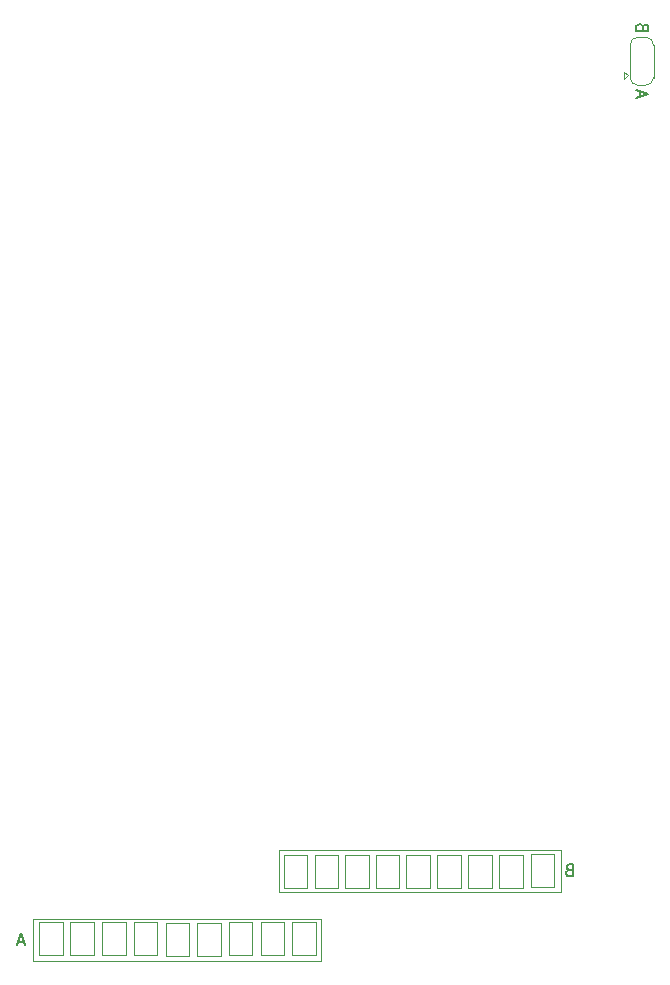
<source format=gbr>
%TF.GenerationSoftware,KiCad,Pcbnew,5.1.4*%
%TF.CreationDate,2019-11-11T15:35:15+01:00*%
%TF.ProjectId,balancer,62616c61-6e63-4657-922e-6b696361645f,rev?*%
%TF.SameCoordinates,Original*%
%TF.FileFunction,Legend,Bot*%
%TF.FilePolarity,Positive*%
%FSLAX46Y46*%
G04 Gerber Fmt 4.6, Leading zero omitted, Abs format (unit mm)*
G04 Created by KiCad (PCBNEW 5.1.4) date 2019-11-11 15:35:15*
%MOMM*%
%LPD*%
G04 APERTURE LIST*
%ADD10C,0.150000*%
%ADD11C,0.120000*%
%ADD12C,1.626000*%
%ADD13C,1.902000*%
%ADD14R,1.902000X1.902000*%
%ADD15C,5.702000*%
%ADD16R,2.602000X2.602000*%
%ADD17R,1.602000X1.102000*%
%ADD18C,0.500000*%
%ADD19C,0.100000*%
%ADD20O,1.802000X1.802000*%
%ADD21R,1.802000X1.802000*%
G04 APERTURE END LIST*
D10*
X167965428Y-46918571D02*
X167917809Y-46775714D01*
X167870190Y-46728095D01*
X167774952Y-46680476D01*
X167632095Y-46680476D01*
X167536857Y-46728095D01*
X167489238Y-46775714D01*
X167441619Y-46870952D01*
X167441619Y-47251904D01*
X168441619Y-47251904D01*
X168441619Y-46918571D01*
X168394000Y-46823333D01*
X168346380Y-46775714D01*
X168251142Y-46728095D01*
X168155904Y-46728095D01*
X168060666Y-46775714D01*
X168013047Y-46823333D01*
X167965428Y-46918571D01*
X167965428Y-47251904D01*
X167727333Y-52816095D02*
X167727333Y-52339904D01*
X167441619Y-52911333D02*
X168441619Y-52578000D01*
X167441619Y-52244666D01*
D11*
X161036000Y-116586000D02*
X137160000Y-116586000D01*
X161036000Y-120142000D02*
X161036000Y-116586000D01*
X137160000Y-120142000D02*
X161036000Y-120142000D01*
X137160000Y-116586000D02*
X137160000Y-120142000D01*
D10*
X161726571Y-118292571D02*
X161583714Y-118340190D01*
X161536095Y-118387809D01*
X161488476Y-118483047D01*
X161488476Y-118625904D01*
X161536095Y-118721142D01*
X161583714Y-118768761D01*
X161678952Y-118816380D01*
X162059904Y-118816380D01*
X162059904Y-117816380D01*
X161726571Y-117816380D01*
X161631333Y-117864000D01*
X161583714Y-117911619D01*
X161536095Y-118006857D01*
X161536095Y-118102095D01*
X161583714Y-118197333D01*
X161631333Y-118244952D01*
X161726571Y-118292571D01*
X162059904Y-118292571D01*
X115554095Y-124372666D02*
X115077904Y-124372666D01*
X115649333Y-124658380D02*
X115316000Y-123658380D01*
X114982666Y-124658380D01*
D11*
X116332000Y-122428000D02*
X116332000Y-125984000D01*
X140716000Y-122428000D02*
X116332000Y-122428000D01*
X140716000Y-125984000D02*
X140716000Y-122428000D01*
X116332000Y-125984000D02*
X140716000Y-125984000D01*
X168194000Y-51864000D02*
G75*
G03X168894000Y-51164000I0J700000D01*
G01*
X166894000Y-51164000D02*
G75*
G03X167594000Y-51864000I700000J0D01*
G01*
X167594000Y-47764000D02*
G75*
G03X166894000Y-48464000I0J-700000D01*
G01*
X168894000Y-48464000D02*
G75*
G03X168194000Y-47764000I-700000J0D01*
G01*
X168894000Y-51214000D02*
X168894000Y-48414000D01*
X168194000Y-47764000D02*
X167594000Y-47764000D01*
X166894000Y-48414000D02*
X166894000Y-51214000D01*
X167594000Y-51864000D02*
X168194000Y-51864000D01*
X166694000Y-51014000D02*
X166394000Y-51314000D01*
X166394000Y-51314000D02*
X166394000Y-50714000D01*
X166694000Y-51014000D02*
X166394000Y-50714000D01*
X145380200Y-116999800D02*
X145380200Y-119799800D01*
X145380200Y-119799800D02*
X147380200Y-119799800D01*
X147380200Y-119799800D02*
X147380200Y-116999800D01*
X147380200Y-116999800D02*
X145380200Y-116999800D01*
X118881400Y-125514800D02*
X118881400Y-122714800D01*
X118881400Y-122714800D02*
X116881400Y-122714800D01*
X116881400Y-122714800D02*
X116881400Y-125514800D01*
X116881400Y-125514800D02*
X118881400Y-125514800D01*
X129574800Y-125544800D02*
X129574800Y-122744800D01*
X129574800Y-122744800D02*
X127574800Y-122744800D01*
X127574800Y-122744800D02*
X127574800Y-125544800D01*
X127574800Y-125544800D02*
X129574800Y-125544800D01*
X150561800Y-116999800D02*
X150561800Y-119799800D01*
X150561800Y-119799800D02*
X152561800Y-119799800D01*
X152561800Y-119799800D02*
X152561800Y-116999800D01*
X152561800Y-116999800D02*
X150561800Y-116999800D01*
X140198600Y-117014800D02*
X140198600Y-119814800D01*
X140198600Y-119814800D02*
X142198600Y-119814800D01*
X142198600Y-119814800D02*
X142198600Y-117014800D01*
X142198600Y-117014800D02*
X140198600Y-117014800D01*
X126882400Y-125514800D02*
X126882400Y-122714800D01*
X126882400Y-122714800D02*
X124882400Y-122714800D01*
X124882400Y-122714800D02*
X124882400Y-125514800D01*
X124882400Y-125514800D02*
X126882400Y-125514800D01*
X134934200Y-125529800D02*
X134934200Y-122729800D01*
X134934200Y-122729800D02*
X132934200Y-122729800D01*
X132934200Y-122729800D02*
X132934200Y-125529800D01*
X132934200Y-125529800D02*
X134934200Y-125529800D01*
X155819600Y-116989400D02*
X155819600Y-119789400D01*
X155819600Y-119789400D02*
X157819600Y-119789400D01*
X157819600Y-119789400D02*
X157819600Y-116989400D01*
X157819600Y-116989400D02*
X155819600Y-116989400D01*
X137582400Y-117025200D02*
X137582400Y-119825200D01*
X137582400Y-119825200D02*
X139582400Y-119825200D01*
X139582400Y-119825200D02*
X139582400Y-117025200D01*
X139582400Y-117025200D02*
X137582400Y-117025200D01*
X121523000Y-125514800D02*
X121523000Y-122714800D01*
X121523000Y-122714800D02*
X119523000Y-122714800D01*
X119523000Y-122714800D02*
X119523000Y-125514800D01*
X119523000Y-125514800D02*
X121523000Y-125514800D01*
X153178000Y-116999800D02*
X153178000Y-119799800D01*
X153178000Y-119799800D02*
X155178000Y-119799800D01*
X155178000Y-119799800D02*
X155178000Y-116999800D01*
X155178000Y-116999800D02*
X153178000Y-116999800D01*
X124215400Y-125514800D02*
X124215400Y-122714800D01*
X124215400Y-122714800D02*
X122215400Y-122714800D01*
X122215400Y-122714800D02*
X122215400Y-125514800D01*
X122215400Y-125514800D02*
X124215400Y-125514800D01*
X142789400Y-116999800D02*
X142789400Y-119799800D01*
X142789400Y-119799800D02*
X144789400Y-119799800D01*
X144789400Y-119799800D02*
X144789400Y-116999800D01*
X144789400Y-116999800D02*
X142789400Y-116999800D01*
X137626600Y-125529800D02*
X137626600Y-122729800D01*
X137626600Y-122729800D02*
X135626600Y-122729800D01*
X135626600Y-122729800D02*
X135626600Y-125529800D01*
X135626600Y-125529800D02*
X137626600Y-125529800D01*
X132267200Y-125540200D02*
X132267200Y-122740200D01*
X132267200Y-122740200D02*
X130267200Y-122740200D01*
X130267200Y-122740200D02*
X130267200Y-125540200D01*
X130267200Y-125540200D02*
X132267200Y-125540200D01*
X158486600Y-116974400D02*
X158486600Y-119774400D01*
X158486600Y-119774400D02*
X160486600Y-119774400D01*
X160486600Y-119774400D02*
X160486600Y-116974400D01*
X160486600Y-116974400D02*
X158486600Y-116974400D01*
X140293600Y-125514800D02*
X140293600Y-122714800D01*
X140293600Y-122714800D02*
X138293600Y-122714800D01*
X138293600Y-122714800D02*
X138293600Y-125514800D01*
X138293600Y-125514800D02*
X140293600Y-125514800D01*
X147971000Y-116989400D02*
X147971000Y-119789400D01*
X147971000Y-119789400D02*
X149971000Y-119789400D01*
X149971000Y-119789400D02*
X149971000Y-116989400D01*
X149971000Y-116989400D02*
X147971000Y-116989400D01*
%LPC*%
D12*
X163893500Y-65403200D03*
X158957500Y-77293200D03*
X150297500Y-77293200D03*
X165597700Y-53697200D03*
X147152500Y-52844800D03*
D13*
X149978400Y-125254700D03*
D14*
X152518400Y-125254700D03*
D13*
X154978400Y-125254700D03*
D14*
X157518400Y-125254700D03*
D13*
X159978400Y-125254700D03*
D14*
X162518400Y-125254700D03*
D13*
X164978400Y-125254700D03*
D14*
X167518400Y-125254700D03*
D13*
X169978400Y-125254700D03*
D14*
X172518400Y-125254700D03*
D13*
X174978400Y-125254700D03*
D14*
X177518400Y-125254700D03*
D13*
X179978400Y-125254700D03*
D14*
X182518400Y-125254700D03*
D13*
X184978400Y-125254700D03*
D14*
X187518400Y-125254700D03*
D15*
X189992000Y-121666000D03*
X97282000Y-122174000D03*
X96735900Y-49202340D03*
X188468000Y-49530000D03*
D12*
X190563500Y-65403200D03*
X185627500Y-77293200D03*
X176967500Y-77293200D03*
X192267700Y-53697200D03*
X173822500Y-52844800D03*
X110553500Y-65403200D03*
X105617500Y-77293200D03*
X96957500Y-77293200D03*
X112257700Y-53697200D03*
X93812500Y-52844800D03*
D16*
X99568000Y-57404000D03*
D17*
X167894000Y-49814000D03*
D18*
X167894000Y-48514000D03*
D19*
G36*
X167093602Y-48507888D02*
G01*
X167093602Y-48489466D01*
X167093848Y-48484467D01*
X167098658Y-48435636D01*
X167099392Y-48430686D01*
X167108964Y-48382561D01*
X167110180Y-48377705D01*
X167124424Y-48330750D01*
X167126110Y-48326039D01*
X167144887Y-48280706D01*
X167147027Y-48276180D01*
X167170158Y-48232907D01*
X167172731Y-48228616D01*
X167199991Y-48187817D01*
X167202973Y-48183796D01*
X167234101Y-48145867D01*
X167237462Y-48142159D01*
X167272159Y-48107462D01*
X167275867Y-48104101D01*
X167313796Y-48072973D01*
X167317817Y-48069991D01*
X167358616Y-48042731D01*
X167362907Y-48040158D01*
X167406180Y-48017027D01*
X167410706Y-48014887D01*
X167456039Y-47996110D01*
X167460750Y-47994424D01*
X167507705Y-47980180D01*
X167512561Y-47978964D01*
X167560686Y-47969392D01*
X167565636Y-47968658D01*
X167614467Y-47963848D01*
X167619466Y-47963602D01*
X167637888Y-47963602D01*
X167644000Y-47963000D01*
X168144000Y-47963000D01*
X168150112Y-47963602D01*
X168168534Y-47963602D01*
X168173533Y-47963848D01*
X168222364Y-47968658D01*
X168227314Y-47969392D01*
X168275439Y-47978964D01*
X168280295Y-47980180D01*
X168327250Y-47994424D01*
X168331961Y-47996110D01*
X168377294Y-48014887D01*
X168381820Y-48017027D01*
X168425093Y-48040158D01*
X168429384Y-48042731D01*
X168470183Y-48069991D01*
X168474204Y-48072973D01*
X168512133Y-48104101D01*
X168515841Y-48107462D01*
X168550538Y-48142159D01*
X168553899Y-48145867D01*
X168585027Y-48183796D01*
X168588009Y-48187817D01*
X168615269Y-48228616D01*
X168617842Y-48232907D01*
X168640973Y-48276180D01*
X168643113Y-48280706D01*
X168661890Y-48326039D01*
X168663576Y-48330750D01*
X168677820Y-48377705D01*
X168679036Y-48382561D01*
X168688608Y-48430686D01*
X168689342Y-48435636D01*
X168694152Y-48484467D01*
X168694398Y-48489466D01*
X168694398Y-48507888D01*
X168695000Y-48514000D01*
X168695000Y-49064000D01*
X168694020Y-49073950D01*
X168691118Y-49083517D01*
X168686405Y-49092334D01*
X168680062Y-49100062D01*
X168672334Y-49106405D01*
X168663517Y-49111118D01*
X168653950Y-49114020D01*
X168644000Y-49115000D01*
X167144000Y-49115000D01*
X167134050Y-49114020D01*
X167124483Y-49111118D01*
X167115666Y-49106405D01*
X167107938Y-49100062D01*
X167101595Y-49092334D01*
X167096882Y-49083517D01*
X167093980Y-49073950D01*
X167093000Y-49064000D01*
X167093000Y-48514000D01*
X167093602Y-48507888D01*
X167093602Y-48507888D01*
G37*
D18*
X167894000Y-51114000D03*
D19*
G36*
X167093980Y-50554050D02*
G01*
X167096882Y-50544483D01*
X167101595Y-50535666D01*
X167107938Y-50527938D01*
X167115666Y-50521595D01*
X167124483Y-50516882D01*
X167134050Y-50513980D01*
X167144000Y-50513000D01*
X168644000Y-50513000D01*
X168653950Y-50513980D01*
X168663517Y-50516882D01*
X168672334Y-50521595D01*
X168680062Y-50527938D01*
X168686405Y-50535666D01*
X168691118Y-50544483D01*
X168694020Y-50554050D01*
X168695000Y-50564000D01*
X168695000Y-51114000D01*
X168694398Y-51120112D01*
X168694398Y-51138534D01*
X168694152Y-51143533D01*
X168689342Y-51192364D01*
X168688608Y-51197314D01*
X168679036Y-51245439D01*
X168677820Y-51250295D01*
X168663576Y-51297250D01*
X168661890Y-51301961D01*
X168643113Y-51347294D01*
X168640973Y-51351820D01*
X168617842Y-51395093D01*
X168615269Y-51399384D01*
X168588009Y-51440183D01*
X168585027Y-51444204D01*
X168553899Y-51482133D01*
X168550538Y-51485841D01*
X168515841Y-51520538D01*
X168512133Y-51523899D01*
X168474204Y-51555027D01*
X168470183Y-51558009D01*
X168429384Y-51585269D01*
X168425093Y-51587842D01*
X168381820Y-51610973D01*
X168377294Y-51613113D01*
X168331961Y-51631890D01*
X168327250Y-51633576D01*
X168280295Y-51647820D01*
X168275439Y-51649036D01*
X168227314Y-51658608D01*
X168222364Y-51659342D01*
X168173533Y-51664152D01*
X168168534Y-51664398D01*
X168150112Y-51664398D01*
X168144000Y-51665000D01*
X167644000Y-51665000D01*
X167637888Y-51664398D01*
X167619466Y-51664398D01*
X167614467Y-51664152D01*
X167565636Y-51659342D01*
X167560686Y-51658608D01*
X167512561Y-51649036D01*
X167507705Y-51647820D01*
X167460750Y-51633576D01*
X167456039Y-51631890D01*
X167410706Y-51613113D01*
X167406180Y-51610973D01*
X167362907Y-51587842D01*
X167358616Y-51585269D01*
X167317817Y-51558009D01*
X167313796Y-51555027D01*
X167275867Y-51523899D01*
X167272159Y-51520538D01*
X167237462Y-51485841D01*
X167234101Y-51482133D01*
X167202973Y-51444204D01*
X167199991Y-51440183D01*
X167172731Y-51399384D01*
X167170158Y-51395093D01*
X167147027Y-51351820D01*
X167144887Y-51347294D01*
X167126110Y-51301961D01*
X167124424Y-51297250D01*
X167110180Y-51250295D01*
X167108964Y-51245439D01*
X167099392Y-51197314D01*
X167098658Y-51192364D01*
X167093848Y-51143533D01*
X167093602Y-51138534D01*
X167093602Y-51120112D01*
X167093000Y-51114000D01*
X167093000Y-50564000D01*
X167093980Y-50554050D01*
X167093980Y-50554050D01*
G37*
D12*
X137223500Y-65403200D03*
X132287500Y-77293200D03*
X123627500Y-77293200D03*
X138927700Y-53697200D03*
X120482500Y-52844800D03*
X190563500Y-99693200D03*
X185627500Y-111583200D03*
X176967500Y-111583200D03*
X192267700Y-87987200D03*
X173822500Y-87134800D03*
X110553500Y-99693200D03*
X105617500Y-111583200D03*
X96957500Y-111583200D03*
X112257700Y-87987200D03*
X93812500Y-87134800D03*
X137223500Y-99693200D03*
X132287500Y-111583200D03*
X123627500Y-111583200D03*
X138927700Y-87987200D03*
X120482500Y-87134800D03*
X163893500Y-99693200D03*
X158957500Y-111583200D03*
X150297500Y-111583200D03*
X165597700Y-87987200D03*
X147152500Y-87134800D03*
D17*
X146380200Y-117749800D03*
X146380200Y-119049800D03*
X117881400Y-124764800D03*
X117881400Y-123464800D03*
X128574800Y-124794800D03*
X128574800Y-123494800D03*
X151561800Y-117749800D03*
X151561800Y-119049800D03*
X141198600Y-117764800D03*
X141198600Y-119064800D03*
X125882400Y-124764800D03*
X125882400Y-123464800D03*
X133934200Y-124779800D03*
X133934200Y-123479800D03*
X156819600Y-117739400D03*
X156819600Y-119039400D03*
X138582400Y-117775200D03*
X138582400Y-119075200D03*
X120523000Y-124764800D03*
X120523000Y-123464800D03*
D20*
X158877000Y-121208800D03*
X156337000Y-121208800D03*
X153797000Y-121208800D03*
X151257000Y-121208800D03*
X148717000Y-121208800D03*
X146177000Y-121208800D03*
X143637000Y-121208800D03*
X141097000Y-121208800D03*
X138557000Y-121208800D03*
X136017000Y-121208800D03*
X133477000Y-121208800D03*
X130937000Y-121208800D03*
X128397000Y-121208800D03*
X125857000Y-121208800D03*
X123317000Y-121208800D03*
X120777000Y-121208800D03*
D21*
X118237000Y-121208800D03*
D17*
X154178000Y-117749800D03*
X154178000Y-119049800D03*
X123215400Y-124764800D03*
X123215400Y-123464800D03*
X143789400Y-117749800D03*
X143789400Y-119049800D03*
X136626600Y-124779800D03*
X136626600Y-123479800D03*
X131267200Y-124790200D03*
X131267200Y-123490200D03*
X159486600Y-117724400D03*
X159486600Y-119024400D03*
X139293600Y-124764800D03*
X139293600Y-123464800D03*
X148971000Y-117739400D03*
X148971000Y-119039400D03*
D20*
X146812000Y-48768000D03*
X149352000Y-48768000D03*
X151892000Y-48768000D03*
X154432000Y-48768000D03*
X156972000Y-48768000D03*
X159512000Y-48768000D03*
X162052000Y-48768000D03*
D21*
X164592000Y-48768000D03*
M02*

</source>
